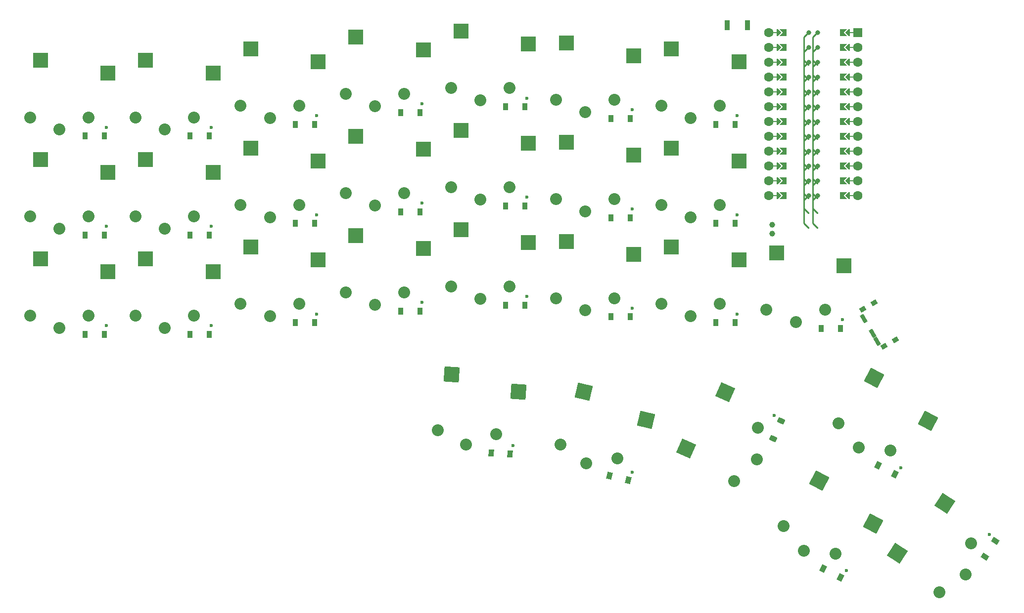
<source format=gbr>
%TF.GenerationSoftware,KiCad,Pcbnew,6.0.7*%
%TF.CreationDate,2022-09-14T22:19:12-04:00*%
%TF.ProjectId,flutter_v2_wren,666c7574-7465-4725-9f76-325f7772656e,v1.0.0*%
%TF.SameCoordinates,Original*%
%TF.FileFunction,Copper,L2,Bot*%
%TF.FilePolarity,Positive*%
%FSLAX46Y46*%
G04 Gerber Fmt 4.6, Leading zero omitted, Abs format (unit mm)*
G04 Created by KiCad (PCBNEW 6.0.7) date 2022-09-14 22:19:12*
%MOMM*%
%LPD*%
G01*
G04 APERTURE LIST*
G04 Aperture macros list*
%AMRotRect*
0 Rectangle, with rotation*
0 The origin of the aperture is its center*
0 $1 length*
0 $2 width*
0 $3 Rotation angle, in degrees counterclockwise*
0 Add horizontal line*
21,1,$1,$2,0,0,$3*%
%AMFreePoly0*
4,1,6,0.600000,0.200000,0.000000,-0.400000,-0.600000,0.200000,-0.600000,0.400000,0.600000,0.400000,0.600000,0.200000,0.600000,0.200000,$1*%
%AMFreePoly1*
4,1,5,0.125000,-0.500000,-0.125000,-0.500000,-0.125000,0.500000,0.125000,0.500000,0.125000,-0.500000,0.125000,-0.500000,$1*%
%AMFreePoly2*
4,1,6,0.600000,-0.250000,-0.600000,-0.250000,-0.600000,1.000000,0.000000,0.400000,0.600000,1.000000,0.600000,-0.250000,0.600000,-0.250000,$1*%
%AMFreePoly3*
4,1,49,0.004773,0.123721,0.009154,0.124665,0.028961,0.117240,0.062500,0.108253,0.068237,0.102516,0.075053,0.099961,0.087617,0.083136,0.108253,0.062500,0.111178,0.051584,0.117161,0.043572,0.118539,0.024114,0.125000,0.000000,0.121239,-0.014035,0.122131,-0.026629,0.113759,-0.041951,0.108253,-0.062500,0.095644,-0.075109,0.088389,-0.088388,-0.641000,-0.817776,-0.641000,-4.770224,
0.088389,-5.499612,0.109852,-5.528356,0.124665,-5.597154,0.099961,-5.663053,0.043572,-5.705161,-0.026629,-5.710131,-0.088388,-5.676389,-0.854388,-4.910388,-0.867707,-4.892552,-0.871189,-4.889530,-0.871982,-4.886826,-0.875852,-4.881644,-0.882331,-4.851549,-0.891000,-4.822000,-0.891000,-0.766000,-0.887805,-0.743969,-0.888131,-0.739371,-0.886780,-0.736898,-0.885852,-0.730498,-0.869151,-0.704632,
-0.854388,-0.677612,-0.088388,0.088389,-0.064606,0.106147,-0.062500,0.108253,-0.061385,0.108552,-0.059644,0.109852,-0.043806,0.113262,0.000000,0.125000,0.004773,0.123721,0.004773,0.123721,$1*%
G04 Aperture macros list end*
%TA.AperFunction,ComponentPad*%
%ADD10C,1.000000*%
%TD*%
%TA.AperFunction,SMDPad,CuDef*%
%ADD11R,0.900000X1.200000*%
%TD*%
%TA.AperFunction,SMDPad,CuDef*%
%ADD12R,2.600000X2.600000*%
%TD*%
%TA.AperFunction,ComponentPad*%
%ADD13C,2.032000*%
%TD*%
%TA.AperFunction,ComponentPad*%
%ADD14C,0.600000*%
%TD*%
%TA.AperFunction,SMDPad,CuDef*%
%ADD15RotRect,2.600000X2.600000X66.000000*%
%TD*%
%TA.AperFunction,SMDPad,CuDef*%
%ADD16RotRect,0.900000X1.200000X237.000000*%
%TD*%
%TA.AperFunction,SMDPad,CuDef*%
%ADD17RotRect,0.900000X1.200000X152.000000*%
%TD*%
%TA.AperFunction,SMDPad,CuDef*%
%ADD18RotRect,2.600000X2.600000X332.000000*%
%TD*%
%TA.AperFunction,SMDPad,CuDef*%
%ADD19RotRect,2.600000X2.600000X57.000000*%
%TD*%
%TA.AperFunction,SMDPad,CuDef*%
%ADD20R,0.900000X1.700000*%
%TD*%
%TA.AperFunction,SMDPad,CuDef*%
%ADD21RotRect,2.600000X2.600000X346.500000*%
%TD*%
%TA.AperFunction,ComponentPad*%
%ADD22C,1.600000*%
%TD*%
%TA.AperFunction,SMDPad,CuDef*%
%ADD23FreePoly0,90.000000*%
%TD*%
%TA.AperFunction,SMDPad,CuDef*%
%ADD24FreePoly1,270.000000*%
%TD*%
%TA.AperFunction,SMDPad,CuDef*%
%ADD25FreePoly1,90.000000*%
%TD*%
%TA.AperFunction,SMDPad,CuDef*%
%ADD26FreePoly0,270.000000*%
%TD*%
%TA.AperFunction,ComponentPad*%
%ADD27R,1.600000X1.600000*%
%TD*%
%TA.AperFunction,SMDPad,CuDef*%
%ADD28FreePoly2,90.000000*%
%TD*%
%TA.AperFunction,ComponentPad*%
%ADD29C,0.800000*%
%TD*%
%TA.AperFunction,SMDPad,CuDef*%
%ADD30FreePoly3,270.000000*%
%TD*%
%TA.AperFunction,SMDPad,CuDef*%
%ADD31FreePoly3,90.000000*%
%TD*%
%TA.AperFunction,SMDPad,CuDef*%
%ADD32FreePoly2,270.000000*%
%TD*%
%TA.AperFunction,SMDPad,CuDef*%
%ADD33RotRect,2.600000X2.600000X356.000000*%
%TD*%
%TA.AperFunction,SMDPad,CuDef*%
%ADD34RotRect,1.000000X0.800000X30.000000*%
%TD*%
%TA.AperFunction,SMDPad,CuDef*%
%ADD35RotRect,0.700000X1.500000X30.000000*%
%TD*%
%TA.AperFunction,SMDPad,CuDef*%
%ADD36RotRect,0.900000X1.200000X166.500000*%
%TD*%
%TA.AperFunction,SMDPad,CuDef*%
%ADD37RotRect,0.900000X1.200000X246.000000*%
%TD*%
%TA.AperFunction,SMDPad,CuDef*%
%ADD38RotRect,0.900000X1.200000X176.000000*%
%TD*%
G04 APERTURE END LIST*
D10*
%TO.P,,1*%
%TO.N,pos*%
X122000000Y11750000D03*
%TO.P,,2*%
%TO.N,GND*%
X122000000Y10250000D03*
%TD*%
D11*
%TO.P,D10,1*%
%TO.N,P6*%
X61650000Y-3000000D03*
%TO.P,D10,2*%
%TO.N,D12*%
X58350000Y-3000000D03*
%TD*%
D12*
%TO.P,S24,1*%
%TO.N,P2*%
X50725000Y43950000D03*
%TO.P,S24,2*%
%TO.N,D10*%
X62275000Y41750000D03*
%TD*%
D13*
%TO.P,S51,1*%
%TO.N,P1*%
X121000000Y-2800000D03*
X131000000Y-2800000D03*
%TO.P,S51,2*%
%TO.N,D27*%
X126000000Y-4900000D03*
X126000000Y-4900000D03*
%TD*%
%TO.P,S9,1*%
%TO.N,P0*%
X13000000Y13200000D03*
X23000000Y13200000D03*
%TO.P,S9,2*%
%TO.N,D3*%
X18000000Y11100000D03*
X18000000Y11100000D03*
%TD*%
D14*
%TO.P,REF\u002A\u002A,1*%
%TO.N,P5*%
X44000000Y30500000D03*
%TD*%
D13*
%TO.P,S27,1*%
%TO.N,P0*%
X67000000Y18200000D03*
X77000000Y18200000D03*
%TO.P,S27,2*%
%TO.N,D15*%
X72000000Y16100000D03*
X72000000Y16100000D03*
%TD*%
D14*
%TO.P,REF\u002A\u002A,1*%
%TO.N,P9*%
X122278393Y-20928688D03*
%TD*%
%TO.P,REF\u002A\u002A,1*%
%TO.N,P10*%
X134000000Y-4500000D03*
%TD*%
%TO.P,REF\u002A\u002A,1*%
%TO.N,P5*%
X44000000Y-3500000D03*
%TD*%
D11*
%TO.P,D13,1*%
%TO.N,P7*%
X79650000Y-2000000D03*
%TO.P,D13,2*%
%TO.N,D16*%
X76350000Y-2000000D03*
%TD*%
D14*
%TO.P,REF\u002A\u002A,1*%
%TO.N,P4*%
X8000000Y28500000D03*
%TD*%
D15*
%TO.P,S44,1*%
%TO.N,P3*%
X107232342Y-26571778D03*
%TO.P,S44,2*%
%TO.N,D24*%
X113939950Y-16915149D03*
%TD*%
D13*
%TO.P,S15,1*%
%TO.N,P0*%
X31000000Y15200000D03*
X41000000Y15200000D03*
%TO.P,S15,2*%
%TO.N,D7*%
X36000000Y13100000D03*
X36000000Y13100000D03*
%TD*%
D16*
%TO.P,D25,1*%
%TO.N,P10*%
X160171373Y-42374190D03*
%TO.P,D25,2*%
%TO.N,D27*%
X158374065Y-45141802D03*
%TD*%
D11*
%TO.P,D26,1*%
%TO.N,P10*%
X133650000Y-6000000D03*
%TO.P,D26,2*%
%TO.N,D27*%
X130350000Y-6000000D03*
%TD*%
D12*
%TO.P,S42,1*%
%TO.N,P0*%
X104725000Y41950000D03*
%TO.P,S42,2*%
%TO.N,D22*%
X116275000Y39750000D03*
%TD*%
D14*
%TO.P,REF\u002A\u002A,1*%
%TO.N,P7*%
X80000000Y-500000D03*
%TD*%
D13*
%TO.P,S47,1*%
%TO.N,P0*%
X142176056Y-26928776D03*
X133346580Y-22234060D03*
%TO.P,S47,2*%
%TO.N,D25*%
X136775428Y-26435608D03*
X136775428Y-26435608D03*
%TD*%
D14*
%TO.P,REF\u002A\u002A,1*%
%TO.N,P10*%
X134637366Y-47497153D03*
%TD*%
D11*
%TO.P,D2,1*%
%TO.N,P4*%
X7650000Y10000000D03*
%TO.P,D2,2*%
%TO.N,D3*%
X4350000Y10000000D03*
%TD*%
D12*
%TO.P,S26,1*%
%TO.N,P1*%
X68725000Y10950000D03*
%TO.P,S26,2*%
%TO.N,D16*%
X80275000Y8750000D03*
%TD*%
D14*
%TO.P,REF\u002A\u002A,1*%
%TO.N,P10*%
X77596852Y-26044654D03*
%TD*%
%TO.P,REF\u002A\u002A,1*%
%TO.N,P4*%
X8000000Y-5500000D03*
%TD*%
D12*
%TO.P,S8,1*%
%TO.N,P1*%
X14725000Y5950000D03*
%TO.P,S8,2*%
%TO.N,D4*%
X26275000Y3750000D03*
%TD*%
D11*
%TO.P,D21,1*%
%TO.N,P9*%
X115650000Y29000000D03*
%TO.P,D21,2*%
%TO.N,D22*%
X112350000Y29000000D03*
%TD*%
D14*
%TO.P,REF\u002A\u002A,1*%
%TO.N,P8*%
X98000000Y14500000D03*
%TD*%
D11*
%TO.P,D14,1*%
%TO.N,P7*%
X79650000Y15000000D03*
%TO.P,D14,2*%
%TO.N,D15*%
X76350000Y15000000D03*
%TD*%
D12*
%TO.P,S18,1*%
%TO.N,P2*%
X32725000Y41950000D03*
%TO.P,S18,2*%
%TO.N,D6*%
X44275000Y39750000D03*
%TD*%
D13*
%TO.P,S39,1*%
%TO.N,P1*%
X103000000Y15200000D03*
X113000000Y15200000D03*
%TO.P,S39,2*%
%TO.N,D23*%
X108000000Y13100000D03*
X108000000Y13100000D03*
%TD*%
D14*
%TO.P,REF\u002A\u002A,1*%
%TO.N,P9*%
X116000000Y-3500000D03*
%TD*%
D13*
%TO.P,S3,1*%
%TO.N,P0*%
X5000000Y13200000D03*
X-5000000Y13200000D03*
%TO.P,S3,2*%
%TO.N,D3*%
X0Y11100000D03*
X0Y11100000D03*
%TD*%
D14*
%TO.P,REF\u002A\u002A,1*%
%TO.N,P8*%
X98000000Y-2500000D03*
%TD*%
%TO.P,REF\u002A\u002A,1*%
%TO.N,P4*%
X26000000Y11500000D03*
%TD*%
D13*
%TO.P,S53,1*%
%TO.N,P1*%
X64747105Y-23441961D03*
X74722746Y-24139526D03*
%TO.P,S53,2*%
%TO.N,D27*%
X69588437Y-25885628D03*
X69588437Y-25885628D03*
%TD*%
%TO.P,S23,1*%
%TO.N,P2*%
X49000000Y34200000D03*
X59000000Y34200000D03*
%TO.P,S23,2*%
%TO.N,D10*%
X54000000Y32100000D03*
X54000000Y32100000D03*
%TD*%
D11*
%TO.P,D3,1*%
%TO.N,P4*%
X7650000Y27000000D03*
%TO.P,D3,2*%
%TO.N,D2*%
X4350000Y27000000D03*
%TD*%
D17*
%TO.P,D23,1*%
%TO.N,P10*%
X133624127Y-48657260D03*
%TO.P,D23,2*%
%TO.N,D26*%
X130710399Y-47108004D03*
%TD*%
D13*
%TO.P,S35,1*%
%TO.N,P2*%
X85000000Y33200000D03*
X95000000Y33200000D03*
%TO.P,S35,2*%
%TO.N,D18*%
X90000000Y31100000D03*
X90000000Y31100000D03*
%TD*%
%TO.P,S33,1*%
%TO.N,P0*%
X95000000Y16200000D03*
X85000000Y16200000D03*
%TO.P,S33,2*%
%TO.N,D19*%
X90000000Y14100000D03*
X90000000Y14100000D03*
%TD*%
D14*
%TO.P,REF\u002A\u002A,1*%
%TO.N,P10*%
X144026797Y-29838202D03*
%TD*%
%TO.P,REF\u002A\u002A,1*%
%TO.N,P4*%
X26000000Y-5500000D03*
%TD*%
D18*
%TO.P,S48,1*%
%TO.N,P0*%
X139447012Y-14435159D03*
%TO.P,S48,2*%
%TO.N,D25*%
X148612220Y-21800041D03*
%TD*%
D11*
%TO.P,D8,1*%
%TO.N,P5*%
X43650000Y12000000D03*
%TO.P,D8,2*%
%TO.N,D7*%
X40350000Y12000000D03*
%TD*%
D13*
%TO.P,S19,1*%
%TO.N,P1*%
X59000000Y200000D03*
X49000000Y200000D03*
%TO.P,S19,2*%
%TO.N,D12*%
X54000000Y-1900000D03*
X54000000Y-1900000D03*
%TD*%
D11*
%TO.P,D9,1*%
%TO.N,P5*%
X43650000Y29000000D03*
%TO.P,D9,2*%
%TO.N,D6*%
X40350000Y29000000D03*
%TD*%
D17*
%TO.P,D24,1*%
%TO.N,P10*%
X143013559Y-30998308D03*
%TO.P,D24,2*%
%TO.N,D25*%
X140099831Y-29449052D03*
%TD*%
D13*
%TO.P,S55,1*%
%TO.N,P1*%
X85751058Y-25927779D03*
X95474757Y-28262233D03*
%TO.P,S55,2*%
%TO.N,D27*%
X90122672Y-29136983D03*
X90122672Y-29136983D03*
%TD*%
%TO.P,S45,1*%
%TO.N,P2*%
X123957149Y-39893012D03*
X132786625Y-44587728D03*
%TO.P,S45,2*%
%TO.N,D26*%
X127385997Y-44094560D03*
X127385997Y-44094560D03*
%TD*%
D12*
%TO.P,S20,1*%
%TO.N,P1*%
X50725000Y9950000D03*
%TO.P,S20,2*%
%TO.N,D12*%
X62275000Y7750000D03*
%TD*%
%TO.P,S4,1*%
%TO.N,P0*%
X-3275000Y22950000D03*
%TO.P,S4,2*%
%TO.N,D3*%
X8275000Y20750000D03*
%TD*%
D11*
%TO.P,D5,1*%
%TO.N,P4*%
X25650000Y10000000D03*
%TO.P,D5,2*%
%TO.N,D3*%
X22350000Y10000000D03*
%TD*%
D12*
%TO.P,S12,1*%
%TO.N,P2*%
X14725000Y39950000D03*
%TO.P,S12,2*%
%TO.N,D2*%
X26275000Y37750000D03*
%TD*%
D19*
%TO.P,S50,1*%
%TO.N,P3*%
X143360408Y-44483590D03*
%TO.P,S50,2*%
%TO.N,D27*%
X151496064Y-35995151D03*
%TD*%
D20*
%TO.P,,1*%
%TO.N,RST*%
X114300000Y46000000D03*
%TO.P,,2*%
%TO.N,GND*%
X117700000Y46000000D03*
%TD*%
D11*
%TO.P,D7,1*%
%TO.N,P5*%
X43650000Y-5000000D03*
%TO.P,D7,2*%
%TO.N,D8*%
X40350000Y-5000000D03*
%TD*%
D14*
%TO.P,REF\u002A\u002A,1*%
%TO.N,P9*%
X116000000Y30500000D03*
%TD*%
D13*
%TO.P,S5,1*%
%TO.N,P2*%
X5000000Y30200000D03*
X-5000000Y30200000D03*
%TO.P,S5,2*%
%TO.N,D2*%
X0Y28100000D03*
X0Y28100000D03*
%TD*%
%TO.P,S21,1*%
%TO.N,P0*%
X59000000Y17200000D03*
X49000000Y17200000D03*
%TO.P,S21,2*%
%TO.N,D11*%
X54000000Y15100000D03*
X54000000Y15100000D03*
%TD*%
D11*
%TO.P,D16,1*%
%TO.N,P8*%
X97650000Y-4000000D03*
%TO.P,D16,2*%
%TO.N,D20*%
X94350000Y-4000000D03*
%TD*%
D13*
%TO.P,S13,1*%
%TO.N,P1*%
X31000000Y-1800000D03*
X41000000Y-1800000D03*
%TO.P,S13,2*%
%TO.N,D8*%
X36000000Y-3900000D03*
X36000000Y-3900000D03*
%TD*%
D12*
%TO.P,S14,1*%
%TO.N,P1*%
X32725000Y7950000D03*
%TO.P,S14,2*%
%TO.N,D8*%
X44275000Y5750000D03*
%TD*%
%TO.P,S10,1*%
%TO.N,P0*%
X14725000Y22950000D03*
%TO.P,S10,2*%
%TO.N,D3*%
X26275000Y20750000D03*
%TD*%
D14*
%TO.P,REF\u002A\u002A,1*%
%TO.N,P4*%
X26000000Y28500000D03*
%TD*%
D12*
%TO.P,S2,1*%
%TO.N,P1*%
X-3275000Y5950000D03*
%TO.P,S2,2*%
%TO.N,D4*%
X8275000Y3750000D03*
%TD*%
D14*
%TO.P,REF\u002A\u002A,1*%
%TO.N,P7*%
X80000000Y16500000D03*
%TD*%
D12*
%TO.P,S34,1*%
%TO.N,P0*%
X86725000Y25950000D03*
%TO.P,S34,2*%
%TO.N,D19*%
X98275000Y23750000D03*
%TD*%
D21*
%TO.P,S56,1*%
%TO.N,P1*%
X89704488Y-16849865D03*
%TO.P,S56,2*%
%TO.N,D27*%
X100421781Y-21685373D03*
%TD*%
D13*
%TO.P,S49,1*%
%TO.N,P3*%
X150597944Y-51240527D03*
X156044334Y-42853821D03*
%TO.P,S49,2*%
%TO.N,D27*%
X155082347Y-48190916D03*
X155082347Y-48190916D03*
%TD*%
D14*
%TO.P,REF\u002A\u002A,1*%
%TO.N,P6*%
X62000000Y15500000D03*
%TD*%
D12*
%TO.P,S38,1*%
%TO.N,P1*%
X104725000Y7950000D03*
%TO.P,S38,2*%
%TO.N,D23*%
X116275000Y5750000D03*
%TD*%
D11*
%TO.P,D6,1*%
%TO.N,P4*%
X25650000Y27000000D03*
%TO.P,D6,2*%
%TO.N,D2*%
X22350000Y27000000D03*
%TD*%
D12*
%TO.P,S28,1*%
%TO.N,P0*%
X68725000Y27950000D03*
%TO.P,S28,2*%
%TO.N,D15*%
X80275000Y25750000D03*
%TD*%
D13*
%TO.P,S7,1*%
%TO.N,P1*%
X13000000Y-3800000D03*
X23000000Y-3800000D03*
%TO.P,S7,2*%
%TO.N,D4*%
X18000000Y-5900000D03*
X18000000Y-5900000D03*
%TD*%
D11*
%TO.P,D19,1*%
%TO.N,P9*%
X115650000Y-5000000D03*
%TO.P,D19,2*%
%TO.N,D23*%
X112350000Y-5000000D03*
%TD*%
D22*
%TO.P,MCU1,*%
%TO.N,*%
X136620000Y44720000D03*
X121380000Y34560000D03*
D23*
X123158000Y34560000D03*
D22*
X136620000Y16780000D03*
D23*
X123158000Y21860000D03*
X123158000Y19320000D03*
X123158000Y26940000D03*
X123158000Y16780000D03*
D24*
X135350000Y19320000D03*
D22*
X136620000Y19320000D03*
D25*
X122650000Y44720000D03*
X122650000Y19320000D03*
D23*
X123158000Y29480000D03*
D25*
X122650000Y21860000D03*
D23*
X123158000Y42180000D03*
D25*
X122650000Y32020000D03*
D23*
X123158000Y39640000D03*
D22*
X136620000Y24400000D03*
D24*
X135350000Y26940000D03*
D22*
X136620000Y26940000D03*
D23*
X123158000Y24400000D03*
D26*
X134842000Y21860000D03*
D25*
X122650000Y39640000D03*
D22*
X136620000Y42180000D03*
D27*
X136620000Y44720000D03*
D24*
X135350000Y29480000D03*
D22*
X136620000Y34560000D03*
X136620000Y39640000D03*
X121380000Y29480000D03*
D26*
X134842000Y32020000D03*
X134842000Y39640000D03*
D24*
X135350000Y32020000D03*
D22*
X121380000Y39640000D03*
D23*
X123158000Y37100000D03*
X123158000Y44720000D03*
D25*
X122650000Y37100000D03*
D24*
X135350000Y44720000D03*
D22*
X121380000Y19320000D03*
D24*
X135350000Y39640000D03*
D25*
X122650000Y34560000D03*
D26*
X134842000Y34560000D03*
X134842000Y42180000D03*
X134842000Y19320000D03*
X134842000Y29480000D03*
D24*
X135350000Y16780000D03*
D22*
X121380000Y32020000D03*
D25*
X122650000Y26940000D03*
D23*
X123158000Y32020000D03*
D26*
X134842000Y24400000D03*
X134842000Y16780000D03*
D25*
X122650000Y29480000D03*
X122650000Y16780000D03*
X122650000Y42180000D03*
D22*
X121380000Y42180000D03*
X121380000Y16780000D03*
D24*
X135350000Y37100000D03*
D22*
X121380000Y44720000D03*
X121380000Y21860000D03*
D24*
X135350000Y42180000D03*
X135350000Y21860000D03*
D22*
X136620000Y21860000D03*
D26*
X134842000Y44720000D03*
D22*
X121380000Y24400000D03*
X136620000Y32020000D03*
D24*
X135350000Y24400000D03*
D22*
X121380000Y37100000D03*
X121380000Y26940000D03*
D24*
X135350000Y34560000D03*
D26*
X134842000Y26940000D03*
D22*
X136620000Y29480000D03*
X136620000Y37100000D03*
D25*
X122650000Y24400000D03*
D26*
X134842000Y37100000D03*
D28*
%TO.P,MCU1,1*%
%TO.N,RAW*%
X124174000Y44720000D03*
D29*
X129762000Y44720000D03*
D30*
X129762000Y44720000D03*
D28*
%TO.P,MCU1,2*%
%TO.N,N/C*%
X124174000Y42180000D03*
D30*
%TO.N,GND*%
X129762000Y42180000D03*
D29*
X129762000Y42180000D03*
D30*
%TO.P,MCU1,3*%
%TO.N,RST*%
X129762000Y39640000D03*
D28*
X124174000Y39640000D03*
D29*
X129762000Y39640000D03*
D30*
%TO.P,MCU1,4*%
%TO.N,VCC*%
X129762000Y37100000D03*
D29*
X129762000Y37100000D03*
D28*
X124174000Y37100000D03*
%TO.P,MCU1,5*%
%TO.N,P21*%
X124174000Y34560000D03*
D30*
X129762000Y34560000D03*
D29*
X129762000Y34560000D03*
D28*
%TO.P,MCU1,6*%
%TO.N,P20*%
X124174000Y32020000D03*
D30*
X129762000Y32020000D03*
D29*
X129762000Y32020000D03*
D28*
%TO.P,MCU1,7*%
%TO.N,P19*%
X124174000Y29480000D03*
D29*
X129762000Y29480000D03*
D30*
X129762000Y29480000D03*
%TO.P,MCU1,8*%
%TO.N,P18*%
X129762000Y26940000D03*
D28*
X124174000Y26940000D03*
D29*
X129762000Y26940000D03*
%TO.P,MCU1,9*%
%TO.N,P15*%
X129762000Y24400000D03*
D30*
X129762000Y24400000D03*
D28*
X124174000Y24400000D03*
D29*
%TO.P,MCU1,10*%
%TO.N,P14*%
X129762000Y21860000D03*
D28*
X124174000Y21860000D03*
D30*
X129762000Y21860000D03*
D28*
%TO.P,MCU1,11*%
%TO.N,P16*%
X124174000Y19320000D03*
D30*
X129762000Y19320000D03*
D29*
X129762000Y19320000D03*
D30*
%TO.P,MCU1,12*%
%TO.N,P10*%
X129762000Y16780000D03*
D29*
X129762000Y16780000D03*
D28*
X124174000Y16780000D03*
D29*
%TO.P,MCU1,13*%
%TO.N,P9*%
X128238000Y16780000D03*
D31*
X128238000Y16780000D03*
D32*
X133826000Y16780000D03*
D29*
%TO.P,MCU1,14*%
%TO.N,P8*%
X128238000Y19320000D03*
D32*
X133826000Y19320000D03*
D31*
X128238000Y19320000D03*
D32*
%TO.P,MCU1,15*%
%TO.N,P7*%
X133826000Y21860000D03*
D31*
X128238000Y21860000D03*
D29*
X128238000Y21860000D03*
D32*
%TO.P,MCU1,16*%
%TO.N,P6*%
X133826000Y24400000D03*
D31*
X128238000Y24400000D03*
D29*
X128238000Y24400000D03*
D31*
%TO.P,MCU1,17*%
%TO.N,P5*%
X128238000Y26940000D03*
D29*
X128238000Y26940000D03*
D32*
X133826000Y26940000D03*
D31*
%TO.P,MCU1,18*%
%TO.N,P4*%
X128238000Y29480000D03*
D29*
X128238000Y29480000D03*
D32*
X133826000Y29480000D03*
%TO.P,MCU1,19*%
%TO.N,P3*%
X133826000Y32020000D03*
D31*
X128238000Y32020000D03*
D29*
X128238000Y32020000D03*
%TO.P,MCU1,20*%
%TO.N,P2*%
X128238000Y34560000D03*
D32*
X133826000Y34560000D03*
D31*
X128238000Y34560000D03*
D32*
%TO.P,MCU1,21*%
%TO.N,GND*%
X133826000Y37100000D03*
D31*
X128238000Y37100000D03*
D29*
X128238000Y37100000D03*
%TO.P,MCU1,22*%
X128238000Y39640000D03*
D31*
X128238000Y39640000D03*
D32*
X133826000Y39640000D03*
%TO.P,MCU1,23*%
%TO.N,P0*%
X133826000Y42180000D03*
D29*
X128238000Y42180000D03*
D31*
X128238000Y42180000D03*
D32*
%TO.P,MCU1,24*%
%TO.N,P1*%
X133826000Y44720000D03*
D29*
X128238000Y44720000D03*
D31*
X128238000Y44720000D03*
%TD*%
D14*
%TO.P,REF\u002A\u002A,1*%
%TO.N,P10*%
X159103991Y-41263696D03*
%TD*%
%TO.P,REF\u002A\u002A,1*%
%TO.N,P8*%
X98000000Y31500000D03*
%TD*%
D13*
%TO.P,S11,1*%
%TO.N,P2*%
X13000000Y30200000D03*
X23000000Y30200000D03*
%TO.P,S11,2*%
%TO.N,D2*%
X18000000Y28100000D03*
X18000000Y28100000D03*
%TD*%
D14*
%TO.P,REF\u002A\u002A,1*%
%TO.N,P6*%
X62000000Y32500000D03*
%TD*%
D12*
%TO.P,S36,1*%
%TO.N,P2*%
X86725000Y42950000D03*
%TO.P,S36,2*%
%TO.N,D18*%
X98275000Y40750000D03*
%TD*%
D11*
%TO.P,D1,1*%
%TO.N,P4*%
X7650000Y-7000000D03*
%TO.P,D1,2*%
%TO.N,D4*%
X4350000Y-7000000D03*
%TD*%
%TO.P,D17,1*%
%TO.N,P8*%
X97650000Y13000000D03*
%TO.P,D17,2*%
%TO.N,D19*%
X94350000Y13000000D03*
%TD*%
%TO.P,D15,1*%
%TO.N,P7*%
X79650000Y32000000D03*
%TO.P,D15,2*%
%TO.N,D14*%
X76350000Y32000000D03*
%TD*%
D33*
%TO.P,S54,1*%
%TO.N,P1*%
X67148029Y-13836041D03*
%TO.P,S54,2*%
%TO.N,D27*%
X78516429Y-16836370D03*
%TD*%
D14*
%TO.P,REF\u002A\u002A,1*%
%TO.N,P10*%
X97995010Y-30615598D03*
%TD*%
D34*
%TO.P,,*%
%TO.N,*%
X139413416Y-1624007D03*
X141149500Y-9050993D03*
X143063416Y-7945993D03*
X137499500Y-2729007D03*
D35*
%TO.P,,1*%
%TO.N,pos*%
X137636584Y-4266443D03*
%TO.P,,2*%
%TO.N,RAW*%
X139136584Y-6864519D03*
%TO.P,,3*%
%TO.N,N/C*%
X139886584Y-8163557D03*
%TD*%
D12*
%TO.P,S6,1*%
%TO.N,P2*%
X-3275000Y39950000D03*
%TO.P,S6,2*%
%TO.N,D2*%
X8275000Y37750000D03*
%TD*%
D36*
%TO.P,D28,1*%
%TO.N,P10*%
X97304512Y-31992447D03*
%TO.P,D28,2*%
%TO.N,D27*%
X94095692Y-31222077D03*
%TD*%
D11*
%TO.P,D4,1*%
%TO.N,P4*%
X25650000Y-7000000D03*
%TO.P,D4,2*%
%TO.N,D4*%
X22350000Y-7000000D03*
%TD*%
D13*
%TO.P,S1,1*%
%TO.N,P1*%
X5000000Y-3800000D03*
X-5000000Y-3800000D03*
%TO.P,S1,2*%
%TO.N,D4*%
X0Y-5900000D03*
X0Y-5900000D03*
%TD*%
D14*
%TO.P,REF\u002A\u002A,1*%
%TO.N,P7*%
X80000000Y33500000D03*
%TD*%
D13*
%TO.P,S31,1*%
%TO.N,P1*%
X85000000Y-800000D03*
X95000000Y-800000D03*
%TO.P,S31,2*%
%TO.N,D20*%
X90000000Y-2900000D03*
X90000000Y-2900000D03*
%TD*%
%TO.P,S37,1*%
%TO.N,P1*%
X103000000Y-1800000D03*
X113000000Y-1800000D03*
%TO.P,S37,2*%
%TO.N,D23*%
X108000000Y-3900000D03*
X108000000Y-3900000D03*
%TD*%
D12*
%TO.P,S22,1*%
%TO.N,P0*%
X50725000Y26950000D03*
%TO.P,S22,2*%
%TO.N,D11*%
X62275000Y24750000D03*
%TD*%
%TO.P,S40,1*%
%TO.N,P1*%
X104725000Y24950000D03*
%TO.P,S40,2*%
%TO.N,D23*%
X116275000Y22750000D03*
%TD*%
D18*
%TO.P,S46,1*%
%TO.N,P2*%
X130057581Y-32094111D03*
%TO.P,S46,2*%
%TO.N,D26*%
X139222789Y-39458993D03*
%TD*%
D14*
%TO.P,REF\u002A\u002A,1*%
%TO.N,P9*%
X116000000Y13500000D03*
%TD*%
D37*
%TO.P,D22,1*%
%TO.N,P9*%
X123506353Y-21858534D03*
%TO.P,D22,2*%
%TO.N,D24*%
X122164123Y-24873234D03*
%TD*%
D13*
%TO.P,S41,1*%
%TO.N,P0*%
X113000000Y32200000D03*
X103000000Y32200000D03*
%TO.P,S41,2*%
%TO.N,D22*%
X108000000Y30100000D03*
X108000000Y30100000D03*
%TD*%
%TO.P,S43,1*%
%TO.N,P3*%
X119505156Y-22977872D03*
X115437790Y-32113327D03*
%TO.P,S43,2*%
%TO.N,D24*%
X119389918Y-28399746D03*
X119389918Y-28399746D03*
%TD*%
D38*
%TO.P,D27,1*%
%TO.N,P10*%
X77143070Y-27516585D03*
%TO.P,D27,2*%
%TO.N,D27*%
X73851108Y-27286389D03*
%TD*%
D13*
%TO.P,S29,1*%
%TO.N,P2*%
X67000000Y35200000D03*
X77000000Y35200000D03*
%TO.P,S29,2*%
%TO.N,D14*%
X72000000Y33100000D03*
X72000000Y33100000D03*
%TD*%
D11*
%TO.P,D12,1*%
%TO.N,P6*%
X61650000Y31000000D03*
%TO.P,D12,2*%
%TO.N,D10*%
X58350000Y31000000D03*
%TD*%
D13*
%TO.P,S25,1*%
%TO.N,P1*%
X77000000Y1200000D03*
X67000000Y1200000D03*
%TO.P,S25,2*%
%TO.N,D16*%
X72000000Y-900000D03*
X72000000Y-900000D03*
%TD*%
%TO.P,S17,1*%
%TO.N,P2*%
X31000000Y32200000D03*
X41000000Y32200000D03*
%TO.P,S17,2*%
%TO.N,D6*%
X36000000Y30100000D03*
X36000000Y30100000D03*
%TD*%
D11*
%TO.P,D20,1*%
%TO.N,P9*%
X115650000Y12000000D03*
%TO.P,D20,2*%
%TO.N,D23*%
X112350000Y12000000D03*
%TD*%
D14*
%TO.P,REF\u002A\u002A,1*%
%TO.N,P6*%
X62000000Y-1500000D03*
%TD*%
D12*
%TO.P,S32,1*%
%TO.N,P1*%
X86725000Y8950000D03*
%TO.P,S32,2*%
%TO.N,D20*%
X98275000Y6750000D03*
%TD*%
D11*
%TO.P,D18,1*%
%TO.N,P8*%
X97650000Y30000000D03*
%TO.P,D18,2*%
%TO.N,D18*%
X94350000Y30000000D03*
%TD*%
D12*
%TO.P,S52,1*%
%TO.N,P1*%
X122725000Y6950000D03*
%TO.P,S52,2*%
%TO.N,D27*%
X134275000Y4750000D03*
%TD*%
%TO.P,S16,1*%
%TO.N,P0*%
X32725000Y24950000D03*
%TO.P,S16,2*%
%TO.N,D7*%
X44275000Y22750000D03*
%TD*%
D14*
%TO.P,REF\u002A\u002A,1*%
%TO.N,P5*%
X44000000Y13500000D03*
%TD*%
D11*
%TO.P,D11,1*%
%TO.N,P6*%
X61650000Y14000000D03*
%TO.P,D11,2*%
%TO.N,D11*%
X58350000Y14000000D03*
%TD*%
D14*
%TO.P,REF\u002A\u002A,1*%
%TO.N,P4*%
X8000000Y11500000D03*
%TD*%
D12*
%TO.P,S30,1*%
%TO.N,P2*%
X68725000Y44950000D03*
%TO.P,S30,2*%
%TO.N,D14*%
X80275000Y42750000D03*
%TD*%
M02*

</source>
